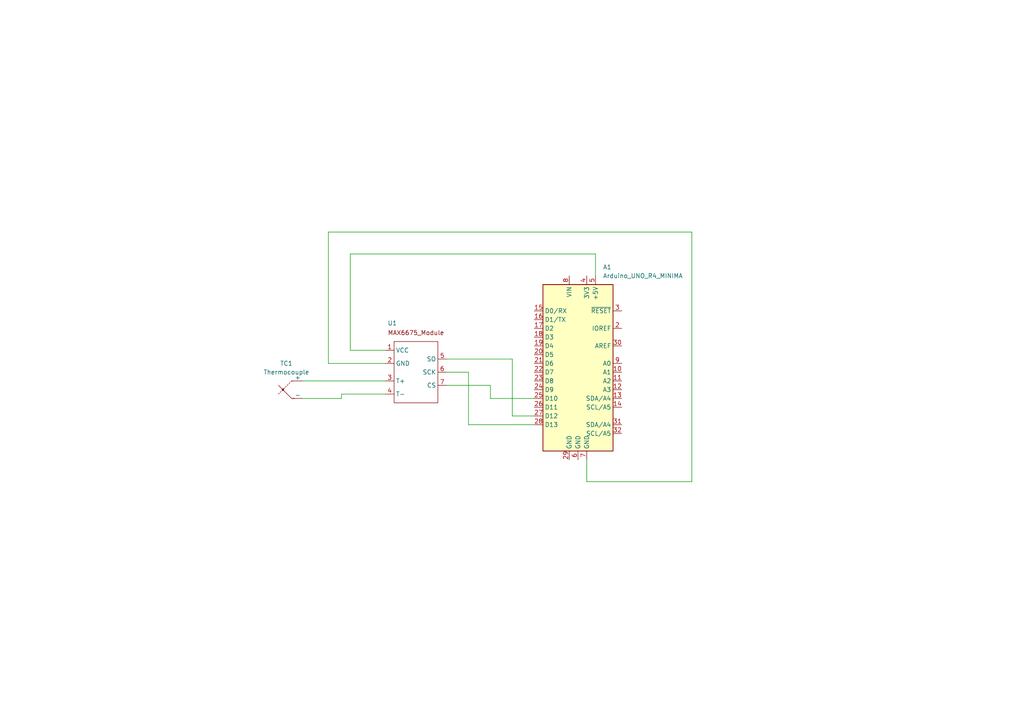
<source format=kicad_sch>
(kicad_sch (version 20250114) (generator "eeschema") (generator_version "9.0")
  (paper "A4")
  (lib_symbols
    (symbol "Device:Thermocouple" (pin_numbers (hide yes)) (pin_names (offset 0))
      (property "Reference" "TC" (at -3.048 3.81 0))
      (property "Value" "Thermocouple" (at -5.08 -4.064 0))
      (symbol "Thermocouple_0_1"
        (polyline (pts (xy -4.064 -1.016) (xy -4.318 -1.27)))
        (polyline (pts (xy -3.556 -0.508) (xy -3.81 -0.762)))
        (circle (center -3.048 0) (radius 0.254) (fill (type outline)))
        (polyline (pts (xy -3.048 0) (xy -3.302 -0.254)))
        (polyline (pts (xy -2.54 0.508) (xy -2.794 0.254)))
        (polyline (pts (xy -2.032 1.016) (xy -2.286 0.762)))
        (polyline (pts (xy -1.524 1.524) (xy -1.778 1.27)))
        (polyline (pts (xy -1.016 2.032) (xy -1.27 1.778)))
        (polyline (pts (xy -0.508 2.54) (xy -0.762 2.286)))
        (polyline (pts (xy 0 2.54) (xy -0.508 2.54)))
        (polyline (pts (xy 0 -2.54) (xy -0.254 -2.54)))
        (polyline (pts (xy 0.254 -2.54) (xy -0.508 -2.54) (xy -4.318 1.27)))
      )
      (symbol "Thermocouple_1_1"
        (pin passive line (at 2.54 2.54 180) (length 2.54) (name "+") (number "1"))
        (pin passive line (at 2.54 -2.54 180) (length 2.54) (name "-") (number "2"))
      )
    )
    (symbol "MAX6675_Module:MAX6675_Module"
      (property "Reference" "U" (at -1.27 22.86 0))
      (symbol "MAX6675_Module_0_1"
        (rectangle (start 0 17.78) (end 12.7 0))
      )
      (symbol "MAX6675_Module_1_0"
        (pin power_in line (at -2.54 15.24 0) (length 2.54) (name "VCC") (number "1"))
        (pin power_in line (at -2.54 11.43 0) (length 2.54) (name "GND") (number "2"))
        (pin passive line (at -2.54 6.35 0) (length 2.54) (name "T+") (number "3"))
        (pin passive line (at -2.54 2.54 0) (length 2.54) (name "T-") (number "4"))
        (pin output line (at 15.24 12.7 180) (length 2.54) (name "SO") (number "5"))
        (pin input line (at 15.24 8.89 180) (length 2.54) (name "SCK") (number "6"))
        (pin input line (at 15.24 5.08 180) (length 2.54) (name "CS") (number "7"))
      )
      (symbol "MAX6675_Module_1_1"
        (text "MAX6675_Module" (at 6.35 20.32 0) (effects (font (size 1.27 1.27))))
      )
    )
    (symbol "MCU_Module:Arduino_UNO_R3"
      (property "Reference" "A" (at -10.16 23.495 0))
      (property "Value" "Arduino_UNO_R3" (at 5.08 -26.67 0))
      (symbol "Arduino_UNO_R3_0_1"
        (rectangle (start -10.16 22.86) (end 10.16 -25.4) (stroke (width 0.254)) (fill (type background)))
      )
      (symbol "Arduino_UNO_R3_1_1"
        (pin bidirectional line (at -12.7 15.24 0) (length 2.54) (name "D0/RX") (number "15"))
        (pin bidirectional line (at -12.7 12.7 0) (length 2.54) (name "D1/TX") (number "16"))
        (pin bidirectional line (at -12.7 10.16 0) (length 2.54) (name "D2") (number "17"))
        (pin bidirectional line (at -12.7 7.62 0) (length 2.54) (name "D3") (number "18"))
        (pin bidirectional line (at -12.7 5.08 0) (length 2.54) (name "D4") (number "19"))
        (pin bidirectional line (at -12.7 2.54 0) (length 2.54) (name "D5") (number "20"))
        (pin bidirectional line (at -12.7 0 0) (length 2.54) (name "D6") (number "21"))
        (pin bidirectional line (at -12.7 -2.54 0) (length 2.54) (name "D7") (number "22"))
        (pin bidirectional line (at -12.7 -5.08 0) (length 2.54) (name "D8") (number "23"))
        (pin bidirectional line (at -12.7 -7.62 0) (length 2.54) (name "D9") (number "24"))
        (pin bidirectional line (at -12.7 -10.16 0) (length 2.54) (name "D10") (number "25"))
        (pin bidirectional line (at -12.7 -12.7 0) (length 2.54) (name "D11") (number "26"))
        (pin bidirectional line (at -12.7 -15.24 0) (length 2.54) (name "D12") (number "27"))
        (pin bidirectional line (at -12.7 -17.78 0) (length 2.54) (name "D13") (number "28"))
        (pin no_connect line (at -10.16 -20.32 0) (length 2.54) (hide yes) (name "NC") (number "1"))
        (pin power_in line (at -2.54 25.4 270) (length 2.54) (name "VIN") (number "8"))
        (pin power_in line (at -2.54 -27.94 90) (length 2.54) (name "GND") (number "29"))
        (pin power_in line (at 0 -27.94 90) (length 2.54) (name "GND") (number "6"))
        (pin power_out line (at 2.54 25.4 270) (length 2.54) (name "3V3") (number "4"))
        (pin power_in line (at 2.54 -27.94 90) (length 2.54) (name "GND") (number "7"))
        (pin power_out line (at 5.08 25.4 270) (length 2.54) (name "+5V") (number "5"))
        (pin input line (at 12.7 15.24 180) (length 2.54) (name "~{RESET}") (number "3"))
        (pin output line (at 12.7 10.16 180) (length 2.54) (name "IOREF") (number "2"))
        (pin input line (at 12.7 5.08 180) (length 2.54) (name "AREF") (number "30"))
        (pin bidirectional line (at 12.7 0 180) (length 2.54) (name "A0") (number "9"))
        (pin bidirectional line (at 12.7 -2.54 180) (length 2.54) (name "A1") (number "10"))
        (pin bidirectional line (at 12.7 -5.08 180) (length 2.54) (name "A2") (number "11"))
        (pin bidirectional line (at 12.7 -7.62 180) (length 2.54) (name "A3") (number "12"))
        (pin bidirectional line (at 12.7 -10.16 180) (length 2.54) (name "SDA/A4") (number "13"))
        (pin bidirectional line (at 12.7 -12.7 180) (length 2.54) (name "SCL/A5") (number "14"))
        (pin bidirectional line (at 12.7 -17.78 180) (length 2.54) (name "SDA/A4") (number "31"))
        (pin bidirectional line (at 12.7 -20.32 180) (length 2.54) (name "SCL/A5") (number "32"))
      )
    )
  )
  (wire (pts (xy 148.59 104.14) (xy 148.59 120.65)))
  (wire (pts (xy 148.59 120.65) (xy 154.94 120.65)))
  (wire (pts (xy 142.24 111.76) (xy 142.24 115.57)))
  (wire (pts (xy 129.54 104.14) (xy 148.59 104.14)))
  (wire (pts (xy 135.89 123.19) (xy 154.94 123.19)))
  (wire (pts (xy 172.72 73.66) (xy 172.72 80.01)))
  (wire (pts (xy 200.66 67.31) (xy 200.66 139.7)))
  (wire (pts (xy 99.06 114.3) (xy 99.06 115.57)))
  (wire (pts (xy 111.76 114.3) (xy 99.06 114.3)))
  (wire (pts (xy 95.25 105.41) (xy 95.25 67.31)))
  (wire (pts (xy 87.63 110.49) (xy 111.76 110.49)))
  (wire (pts (xy 101.6 101.6) (xy 101.6 73.66)))
  (wire (pts (xy 200.66 139.7) (xy 170.18 139.7)))
  (wire (pts (xy 135.89 107.95) (xy 135.89 123.19)))
  (wire (pts (xy 101.6 73.66) (xy 172.72 73.66)))
  (wire (pts (xy 129.54 111.76) (xy 142.24 111.76)))
  (wire (pts (xy 170.18 139.7) (xy 170.18 133.35)))
  (wire (pts (xy 129.54 107.95) (xy 135.89 107.95)))
  (wire (pts (xy 95.25 67.31) (xy 200.66 67.31)))
  (wire (pts (xy 87.63 115.57) (xy 99.06 115.57)))
  (wire (pts (xy 142.24 115.57) (xy 154.94 115.57)))
  (wire (pts (xy 111.76 101.6) (xy 101.6 101.6)))
  (wire (pts (xy 111.76 105.41) (xy 95.25 105.41)))
  (symbol (lib_id "Device:Thermocouple") (at 85.09 113.03 0) (unit 1)
    (property "Reference" "TC1" (at 83.058 105.41 0))
    (property "Value" "Thermocouple" (at 83.058 107.95 0))
    (property "Description" "Thermocouple" (effects (hide yes)))
  )
  (symbol (lib_id "MAX6675_Module:MAX6675_Module") (at 114.3 116.84 0) (unit 1)
    (property "Reference" "U1" (at 113.792 93.726 0))
  )
  (symbol (lib_id "MCU_Module:Arduino_UNO_R3") (at 167.64 105.41 0) (unit 1)
    (property "Reference" "A1" (at 174.8633 77.47 0) (effects (justify left)))
    (property "Value" "Arduino_UNO_R4_MINIMA" (at 174.8633 80.01 0) (effects (justify left)))
    (property "Footprint" "Module:Arduino_UNO_R3" (effects (hide yes)))
    (property "Datasheet" "https://www.arduino.cc/en/Main/arduinoBoardUno" (effects (hide yes)))
    (property "Description" "Arduino UNO Microcontroller Module, release 3" (effects (hide yes)))
  )
)
</source>
